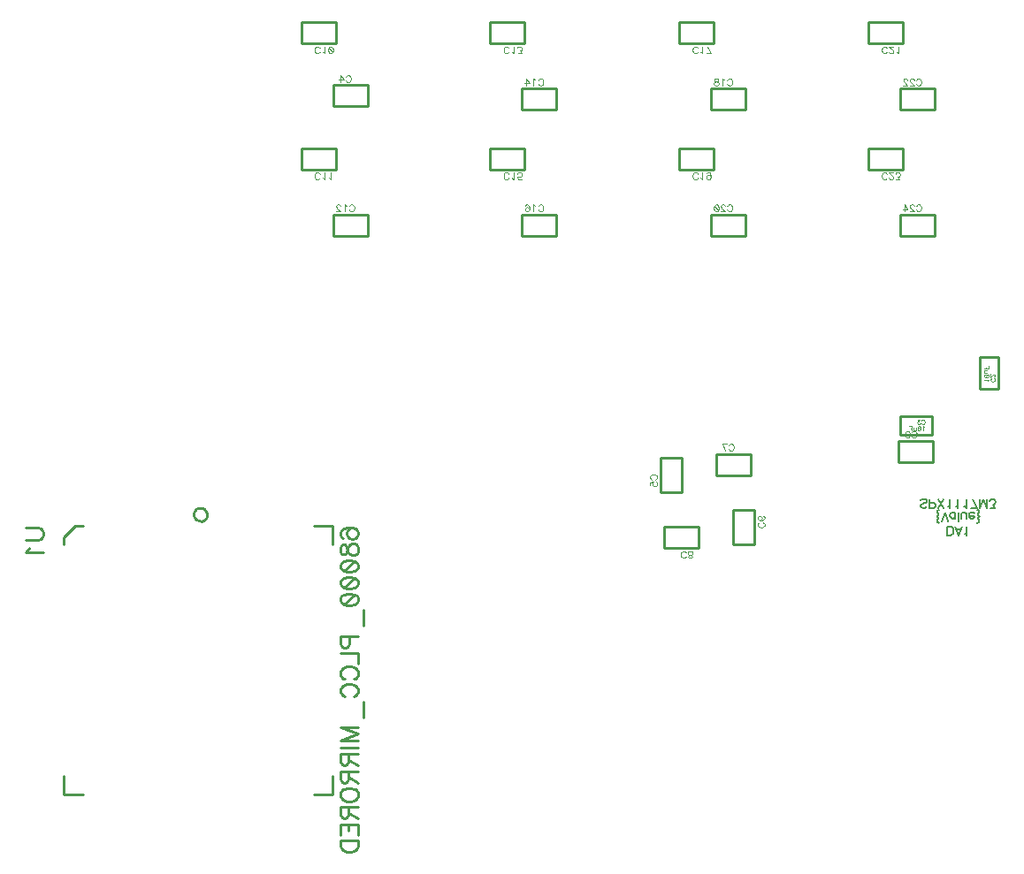
<source format=gbo>
G04*
G04  File:            A600_8MB_2008.GBO, Sun Feb 10 20:54:05 2019*
G04  Source:          P-CAD 2006 PCB, Version 19.02.958, (Z:\home\lvd\d\boards\boards\a600_8mb_2008\release\pcad2006\a600_8mb_2008.pcb)*
G04  Format:          Gerber Format (RS-274-D), ASCII*
G04*
G04  Format Options:  Absolute Positioning*
G04                   Leading-Zero Suppression*
G04                   Scale Factor 1:1*
G04                   NO Circular Interpolation*
G04                   Millimeter Units*
G04                   Numeric Format: 4.4 (XXXX.XXXX)*
G04                   G54 NOT Used for Aperture Change*
G04                   Apertures Embedded*
G04*
G04  File Options:    Offset = (0.000mm,0.000mm)*
G04                   Drill Symbol Size = 2.032mm*
G04                   No Pad/Via Holes*
G04*
G04  File Contents:   Pads*
G04                   Vias*
G04                   Designators*
G04                   Types*
G04                   Values*
G04                   No Drill Symbols*
G04                   Bot Silk*
G04*
%INA600_8MB_2008.GBO*%
%ICAS*%
%MOMM*%
G04*
G04  Aperture MACROs for general use --- invoked via D-code assignment *
G04*
G04  General MACRO for flashed round with rotation and/or offset hole *
%AMROTOFFROUND*
1,1,$1,0.0000,0.0000*
1,0,$2,$3,$4*%
G04*
G04  General MACRO for flashed oval (obround) with rotation and/or offset hole *
%AMROTOFFOVAL*
21,1,$1,$2,0.0000,0.0000,$3*
1,1,$4,$5,$6*
1,1,$4,0-$5,0-$6*
1,0,$7,$8,$9*%
G04*
G04  General MACRO for flashed oval (obround) with rotation and no hole *
%AMROTOVALNOHOLE*
21,1,$1,$2,0.0000,0.0000,$3*
1,1,$4,$5,$6*
1,1,$4,0-$5,0-$6*%
G04*
G04  General MACRO for flashed rectangle with rotation and/or offset hole *
%AMROTOFFRECT*
21,1,$1,$2,0.0000,0.0000,$3*
1,0,$4,$5,$6*%
G04*
G04  General MACRO for flashed rectangle with rotation and no hole *
%AMROTRECTNOHOLE*
21,1,$1,$2,0.0000,0.0000,$3*%
G04*
G04  General MACRO for flashed rounded-rectangle *
%AMROUNDRECT*
21,1,$1,$2-$4,0.0000,0.0000,$3*
21,1,$1-$4,$2,0.0000,0.0000,$3*
1,1,$4,$5,$6*
1,1,$4,$7,$8*
1,1,$4,0-$5,0-$6*
1,1,$4,0-$7,0-$8*
1,0,$9,$10,$11*%
G04*
G04  General MACRO for flashed rounded-rectangle with rotation and no hole *
%AMROUNDRECTNOHOLE*
21,1,$1,$2-$4,0.0000,0.0000,$3*
21,1,$1-$4,$2,0.0000,0.0000,$3*
1,1,$4,$5,$6*
1,1,$4,$7,$8*
1,1,$4,0-$5,0-$6*
1,1,$4,0-$7,0-$8*%
G04*
G04  General MACRO for flashed regular polygon *
%AMREGPOLY*
5,1,$1,0.0000,0.0000,$2,$3+$4*
1,0,$5,$6,$7*%
G04*
G04  General MACRO for flashed regular polygon with no hole *
%AMREGPOLYNOHOLE*
5,1,$1,0.0000,0.0000,$2,$3+$4*%
G04*
G04  General MACRO for target *
%AMTARGET*
6,0,0,$1,$2,$3,4,$4,$5,$6*%
G04*
G04  General MACRO for mounting hole *
%AMMTHOLE*
1,1,$1,0,0*
1,0,$2,0,0*
$1=$1-$2*
$1=$1/2*
21,1,$2+$1,$3,0,0,$4*
21,1,$3,$2+$1,0,0,$4*%
G04*
G04*
G04  D10 : "Ellipse X0.254mm Y0.254mm H0.000mm 0.0deg (0.000mm,0.000mm) Draw"*
G04  Disc: OuterDia=0.2540*
%ADD10C, 0.2540*%
G04  D11 : "Ellipse X2.540mm Y2.540mm H0.000mm 0.0deg (0.000mm,0.000mm) Draw"*
G04  Disc: OuterDia=2.5400*
%ADD11C, 2.5400*%
G04  D12 : "Ellipse X0.305mm Y0.305mm H0.000mm 0.0deg (0.000mm,0.000mm) Draw"*
G04  Disc: OuterDia=0.3048*
%ADD12C, 0.3048*%
G04  D13 : "Ellipse X0.500mm Y0.500mm H0.000mm 0.0deg (0.000mm,0.000mm) Draw"*
G04  Disc: OuterDia=0.5000*
%ADD13C, 0.5000*%
G04  D14 : "Ellipse X0.508mm Y0.508mm H0.000mm 0.0deg (0.000mm,0.000mm) Draw"*
G04  Disc: OuterDia=0.5080*
%ADD14C, 0.5080*%
G04  D15 : "Ellipse X0.600mm Y0.600mm H0.000mm 0.0deg (0.000mm,0.000mm) Draw"*
G04  Disc: OuterDia=0.6000*
%ADD15C, 0.6000*%
G04  D16 : "Ellipse X0.635mm Y0.635mm H0.000mm 0.0deg (0.000mm,0.000mm) Draw"*
G04  Disc: OuterDia=0.6350*
%ADD16C, 0.6350*%
G04  D17 : "Ellipse X0.650mm Y0.650mm H0.000mm 0.0deg (0.000mm,0.000mm) Draw"*
G04  Disc: OuterDia=0.6500*
%ADD17C, 0.6500*%
G04  D18 : "Ellipse X0.100mm Y0.100mm H0.000mm 0.0deg (0.000mm,0.000mm) Draw"*
G04  Disc: OuterDia=0.1000*
%ADD18C, 0.1000*%
G04  D19 : "Ellipse X1.000mm Y1.000mm H0.000mm 0.0deg (0.000mm,0.000mm) Draw"*
G04  Disc: OuterDia=1.0000*
%ADD19C, 1.0000*%
G04  D20 : "Ellipse X0.102mm Y0.102mm H0.000mm 0.0deg (0.000mm,0.000mm) Draw"*
G04  Disc: OuterDia=0.1016*
%ADD20C, 0.1016*%
G04  D21 : "Ellipse X0.127mm Y0.127mm H0.000mm 0.0deg (0.000mm,0.000mm) Draw"*
G04  Disc: OuterDia=0.1270*
%ADD21C, 0.1270*%
G04  D22 : "Ellipse X0.150mm Y0.150mm H0.000mm 0.0deg (0.000mm,0.000mm) Draw"*
G04  Disc: OuterDia=0.1500*
%ADD22C, 0.1500*%
G04  D23 : "Ellipse X1.270mm Y1.270mm H0.000mm 0.0deg (0.000mm,0.000mm) Draw"*
G04  Disc: OuterDia=1.2700*
%ADD23C, 1.2700*%
G04  D24 : "Ellipse X1.500mm Y1.500mm H0.000mm 0.0deg (0.000mm,0.000mm) Draw"*
G04  Disc: OuterDia=1.5000*
%ADD24C, 1.5000*%
G04  D25 : "Ellipse X0.200mm Y0.200mm H0.000mm 0.0deg (0.000mm,0.000mm) Draw"*
G04  Disc: OuterDia=0.2000*
%ADD25C, 0.2000*%
G04  D26 : "Ellipse X0.250mm Y0.250mm H0.000mm 0.0deg (0.000mm,0.000mm) Draw"*
G04  Disc: OuterDia=0.2500*
%ADD26C, 0.2500*%
G04  D27 : "Ellipse X0.250mm Y0.250mm H0.000mm 0.0deg (0.000mm,0.000mm) Draw"*
G04  Disc: OuterDia=0.2500*
%ADD27C, 0.2500*%
G04  D28 : "Ellipse X2.300mm Y2.300mm H0.000mm 0.0deg (0.000mm,0.000mm) Draw"*
G04  Disc: OuterDia=2.3000*
%ADD28C, 2.3000*%
G04  D29 : "Ellipse X1.400mm Y1.400mm H0.000mm 0.0deg (0.000mm,0.000mm) Flash"*
G04  Disc: OuterDia=1.4000*
%ADD29C, 1.4000*%
G04  D30 : "Ellipse X1.524mm Y1.524mm H0.000mm 0.0deg (0.000mm,0.000mm) Flash"*
G04  Disc: OuterDia=1.5240*
%ADD30C, 1.5240*%
G04  D31 : "Ellipse X1.781mm Y1.781mm H0.000mm 0.0deg (0.000mm,0.000mm) Flash"*
G04  Disc: OuterDia=1.7810*
%ADD31C, 1.7810*%
G04  D32 : "Ellipse X1.800mm Y1.800mm H0.000mm 0.0deg (0.000mm,0.000mm) Flash"*
G04  Disc: OuterDia=1.8000*
%ADD32C, 1.8000*%
G04  D33 : "Ellipse X1.905mm Y1.905mm H0.000mm 0.0deg (0.000mm,0.000mm) Flash"*
G04  Disc: OuterDia=1.9050*
%ADD33C, 1.9050*%
G04  D34 : "Ellipse X2.181mm Y2.181mm H0.000mm 0.0deg (0.000mm,0.000mm) Flash"*
G04  Disc: OuterDia=2.1810*
%ADD34C, 2.1810*%
G04  D35 : "Rectangle X2.581mm Y1.031mm H0.000mm 0.0deg (0.000mm,0.000mm) Flash"*
G04  Rectangular: DimX=2.5810, DimY=1.0310, Rotation=0.0, OffsetX=0.0000, OffsetY=0.0000, HoleDia=0.0000 *
%ADD35R, 2.5810 X1.0310*%
G04  D36 : "Rectangle X1.031mm Y2.581mm H0.000mm 0.0deg (0.000mm,0.000mm) Flash"*
G04  Rectangular: DimX=1.0310, DimY=2.5810, Rotation=0.0, OffsetX=0.0000, OffsetY=0.0000, HoleDia=0.0000 *
%ADD36R, 1.0310 X2.5810*%
G04  D37 : "Rectangle X3.800mm Y2.000mm H0.000mm 0.0deg (0.000mm,0.000mm) Flash"*
G04  Rectangular: DimX=3.8000, DimY=2.0000, Rotation=0.0, OffsetX=0.0000, OffsetY=0.0000, HoleDia=0.0000 *
%ADD37R, 3.8000 X2.0000*%
G04  D38 : "Rectangle X4.181mm Y2.381mm H0.000mm 0.0deg (0.000mm,0.000mm) Flash"*
G04  Rectangular: DimX=4.1810, DimY=2.3810, Rotation=0.0, OffsetX=0.0000, OffsetY=0.0000, HoleDia=0.0000 *
%ADD38R, 4.1810 X2.3810*%
G04  D39 : "Rectangle X1.016mm Y1.524mm H0.000mm 0.0deg (0.000mm,0.000mm) Flash"*
G04  Rectangular: DimX=1.0160, DimY=1.5240, Rotation=0.0, OffsetX=0.0000, OffsetY=0.0000, HoleDia=0.0000 *
%ADD39R, 1.0160 X1.5240*%
G04  D40 : "Rectangle X1.524mm Y1.016mm H0.000mm 0.0deg (0.000mm,0.000mm) Flash"*
G04  Rectangular: DimX=1.5240, DimY=1.0160, Rotation=0.0, OffsetX=0.0000, OffsetY=0.0000, HoleDia=0.0000 *
%ADD40R, 1.5240 X1.0160*%
G04  D41 : "Rectangle X1.397mm Y1.905mm H0.000mm 0.0deg (0.000mm,0.000mm) Flash"*
G04  Rectangular: DimX=1.3970, DimY=1.9050, Rotation=0.0, OffsetX=0.0000, OffsetY=0.0000, HoleDia=0.0000 *
%ADD41R, 1.3970 X1.9050*%
G04  D42 : "Rectangle X1.905mm Y1.397mm H0.000mm 0.0deg (0.000mm,0.000mm) Flash"*
G04  Rectangular: DimX=1.9050, DimY=1.3970, Rotation=0.0, OffsetX=0.0000, OffsetY=0.0000, HoleDia=0.0000 *
%ADD42R, 1.9050 X1.3970*%
G04  D43 : "Rectangle X1.500mm Y2.000mm H0.000mm 0.0deg (0.000mm,0.000mm) Flash"*
G04  Rectangular: DimX=1.5000, DimY=2.0000, Rotation=0.0, OffsetX=0.0000, OffsetY=0.0000, HoleDia=0.0000 *
%ADD43R, 1.5000 X2.0000*%
G04  D44 : "Rectangle X2.000mm Y1.500mm H0.000mm 0.0deg (0.000mm,0.000mm) Flash"*
G04  Rectangular: DimX=2.0000, DimY=1.5000, Rotation=0.0, OffsetX=0.0000, OffsetY=0.0000, HoleDia=0.0000 *
%ADD44R, 2.0000 X1.5000*%
G04  D45 : "Rectangle X1.524mm Y1.524mm H0.000mm 0.0deg (0.000mm,0.000mm) Flash"*
G04  Square: Side=1.5240, Rotation=0.0, OffsetX=0.0000, OffsetY=0.0000, HoleDia=0.0000*
%ADD45R, 1.5240 X1.5240*%
G04  D46 : "Rectangle X1.800mm Y1.800mm H0.000mm 0.0deg (0.000mm,0.000mm) Flash"*
G04  Square: Side=1.8000, Rotation=0.0, OffsetX=0.0000, OffsetY=0.0000, HoleDia=0.0000*
%ADD46R, 1.8000 X1.8000*%
G04  D47 : "Rectangle X1.881mm Y2.381mm H0.000mm 0.0deg (0.000mm,0.000mm) Flash"*
G04  Rectangular: DimX=1.8810, DimY=2.3810, Rotation=0.0, OffsetX=0.0000, OffsetY=0.0000, HoleDia=0.0000 *
%ADD47R, 1.8810 X2.3810*%
G04  D48 : "Rectangle X2.381mm Y1.881mm H0.000mm 0.0deg (0.000mm,0.000mm) Flash"*
G04  Rectangular: DimX=2.3810, DimY=1.8810, Rotation=0.0, OffsetX=0.0000, OffsetY=0.0000, HoleDia=0.0000 *
%ADD48R, 2.3810 X1.8810*%
G04  D49 : "Rectangle X1.905mm Y1.905mm H0.000mm 0.0deg (0.000mm,0.000mm) Flash"*
G04  Square: Side=1.9050, Rotation=0.0, OffsetX=0.0000, OffsetY=0.0000, HoleDia=0.0000*
%ADD49R, 1.9050 X1.9050*%
G04  D50 : "Rectangle X2.000mm Y0.300mm H0.000mm 0.0deg (0.000mm,0.000mm) Flash"*
G04  Rectangular: DimX=2.0000, DimY=0.3000, Rotation=0.0, OffsetX=0.0000, OffsetY=0.0000, HoleDia=0.0000 *
%ADD50R, 2.0000 X0.3000*%
G04  D51 : "Rectangle X0.300mm Y2.000mm H0.000mm 0.0deg (0.000mm,0.000mm) Flash"*
G04  Rectangular: DimX=0.3000, DimY=2.0000, Rotation=0.0, OffsetX=0.0000, OffsetY=0.0000, HoleDia=0.0000 *
%ADD51R, 0.3000 X2.0000*%
G04  D52 : "Rectangle X2.032mm Y0.660mm H0.000mm 0.0deg (0.000mm,0.000mm) Flash"*
G04  Rectangular: DimX=2.0320, DimY=0.6604, Rotation=0.0, OffsetX=0.0000, OffsetY=0.0000, HoleDia=0.0000 *
%ADD52R, 2.0320 X0.6604*%
G04  D53 : "Rectangle X2.181mm Y2.181mm H0.000mm 0.0deg (0.000mm,0.000mm) Flash"*
G04  Square: Side=2.1810, Rotation=0.0, OffsetX=0.0000, OffsetY=0.0000, HoleDia=0.0000*
%ADD53R, 2.1810 X2.1810*%
G04  D54 : "Rectangle X2.200mm Y0.650mm H0.000mm 0.0deg (0.000mm,0.000mm) Flash"*
G04  Rectangular: DimX=2.2000, DimY=0.6500, Rotation=0.0, OffsetX=0.0000, OffsetY=0.0000, HoleDia=0.0000 *
%ADD54R, 2.2000 X0.6500*%
G04  D55 : "Rectangle X0.650mm Y2.200mm H0.000mm 0.0deg (0.000mm,0.000mm) Flash"*
G04  Rectangular: DimX=0.6500, DimY=2.2000, Rotation=0.0, OffsetX=0.0000, OffsetY=0.0000, HoleDia=0.0000 *
%ADD55R, 0.6500 X2.2000*%
G04  D56 : "Rectangle X2.381mm Y0.681mm H0.000mm 0.0deg (0.000mm,0.000mm) Flash"*
G04  Rectangular: DimX=2.3810, DimY=0.6810, Rotation=0.0, OffsetX=0.0000, OffsetY=0.0000, HoleDia=0.0000 *
%ADD56R, 2.3810 X0.6810*%
G04  D57 : "Rectangle X0.681mm Y2.381mm H0.000mm 0.0deg (0.000mm,0.000mm) Flash"*
G04  Rectangular: DimX=0.6810, DimY=2.3810, Rotation=0.0, OffsetX=0.0000, OffsetY=0.0000, HoleDia=0.0000 *
%ADD57R, 0.6810 X2.3810*%
G04  D58 : "Rectangle X2.413mm Y1.041mm H0.000mm 0.0deg (0.000mm,0.000mm) Flash"*
G04  Rectangular: DimX=2.4130, DimY=1.0414, Rotation=0.0, OffsetX=0.0000, OffsetY=0.0000, HoleDia=0.0000 *
%ADD58R, 2.4130 X1.0414*%
G04  D59 : "Ellipse X1.000mm Y1.000mm H0.000mm 0.0deg (0.000mm,0.000mm) Flash"*
G04  Disc: OuterDia=1.0000*
%ADD59C, 1.0000*%
G04  D60 : "Ellipse X1.381mm Y1.381mm H0.000mm 0.0deg (0.000mm,0.000mm) Flash"*
G04  Disc: OuterDia=1.3810*
%ADD60C, 1.3810*%
G04*
%FSLAX44Y44*%
%SFA1B1*%
%OFA0.000B0.000*%
G04*
G71*
G90*
G01*
D2*
%LNBot Silk*%
D10*
X922655Y959485*
X955675D1*
Y939165*
X922655*
Y959485*
D2*
D20*
X938053Y967422*
X938371Y968057D1*
X939006Y968692*
X939641Y969010*
X940911*
X941546Y968692*
X942181Y968057*
X942498Y967422*
X942816Y966470*
Y964882*
X942498Y963930*
X942181Y963295*
X941546Y962660*
X940911Y962342*
X939641*
X939006Y962660*
X938371Y963295*
X938053Y963930*
X935196Y967740D2*
X934561Y968057D1*
X933608Y969010*
Y962342*
X925671Y968057D2*
X925988Y968692D1*
X926941Y969010*
X927576*
X928528Y968692*
X929163Y967740*
X929481Y966152*
Y964565*
X929163Y963295*
X928528Y962660*
X927576Y962342*
X927258*
X926306Y962660*
X925671Y963295*
X925353Y964247*
Y964565*
X925671Y965517*
X926306Y966152*
X927258Y966470*
X927576*
X928528Y966152*
X929163Y965517*
X929481Y964565*
D2*
D10*
X744220Y1123315*
X711200D1*
Y1143635*
X744220*
Y1123315*
D2*
D20*
X728821Y1115377*
X728503Y1114742D1*
X727868Y1114107*
X727233Y1113790*
X725963*
X725328Y1114107*
X724693Y1114742*
X724376Y1115377*
X724058Y1116330*
Y1117917*
X724376Y1118870*
X724693Y1119505*
X725328Y1120140*
X725963Y1120457*
X727233*
X727868Y1120140*
X728503Y1119505*
X728821Y1118870*
X731678Y1115060D2*
X732313Y1114742D1*
X733266Y1113790*
Y1120457*
X738981Y1113790D2*
X738028Y1114107D1*
X737393Y1115060*
X737076Y1116647*
Y1117600*
X737393Y1119187*
X738028Y1120140*
X738981Y1120457*
X739616*
X740568Y1120140*
X741203Y1119187*
X741521Y1117600*
Y1116647*
X741203Y1115060*
X740568Y1114107*
X739616Y1113790*
X738981*
X741203Y1115060D2*
X737393Y1119187D1*
D2*
D10*
X744220Y1002665*
X711200D1*
Y1022985*
X744220*
Y1002665*
D2*
D20*
X728821Y994727*
X728503Y994092D1*
X727868Y993457*
X727233Y993140*
X725963*
X725328Y993457*
X724693Y994092*
X724376Y994727*
X724058Y995680*
Y997267*
X724376Y998220*
X724693Y998855*
X725328Y999490*
X725963Y999807*
X727233*
X727868Y999490*
X728503Y998855*
X728821Y998220*
X731678Y994410D2*
X732313Y994092D1*
X733266Y993140*
Y999807*
X738028Y994410D2*
X738663Y994092D1*
X739616Y993140*
Y999807*
D2*
D10*
X922655Y1080135*
X955675D1*
Y1059815*
X922655*
Y1080135*
D2*
D20*
X938053Y1088072*
X938371Y1088707D1*
X939006Y1089342*
X939641Y1089660*
X940911*
X941546Y1089342*
X942181Y1088707*
X942498Y1088072*
X942816Y1087120*
Y1085532*
X942498Y1084580*
X942181Y1083945*
X941546Y1083310*
X940911Y1082992*
X939641*
X939006Y1083310*
X938371Y1083945*
X938053Y1084580*
X935196Y1088390D2*
X934561Y1088707D1*
X933608Y1089660*
Y1082992*
X926623D2*
Y1089660D1*
X929798Y1085215*
X925036*
D2*
D10*
X1106170Y1123315*
X1073150D1*
Y1143635*
X1106170*
Y1123315*
D2*
D20*
X1090771Y1115377*
X1090453Y1114742D1*
X1089818Y1114107*
X1089183Y1113790*
X1087913*
X1087278Y1114107*
X1086643Y1114742*
X1086326Y1115377*
X1086008Y1116330*
Y1117917*
X1086326Y1118870*
X1086643Y1119505*
X1087278Y1120140*
X1087913Y1120457*
X1089183*
X1089818Y1120140*
X1090453Y1119505*
X1090771Y1118870*
X1093628Y1115060D2*
X1094263Y1114742D1*
X1095216Y1113790*
Y1120457*
X1100296D2*
X1103471Y1113790D1*
X1099026*
D2*
D10*
X1106170Y1002665*
X1073150D1*
Y1022985*
X1106170*
Y1002665*
D2*
D20*
X1090771Y994727*
X1090453Y994092D1*
X1089818Y993457*
X1089183Y993140*
X1087913*
X1087278Y993457*
X1086643Y994092*
X1086326Y994727*
X1086008Y995680*
Y997267*
X1086326Y998220*
X1086643Y998855*
X1087278Y999490*
X1087913Y999807*
X1089183*
X1089818Y999490*
X1090453Y998855*
X1090771Y998220*
X1093628Y994410D2*
X1094263Y994092D1*
X1095216Y993140*
Y999807*
X1103153Y995362D2*
X1102836Y996315D1*
X1102201Y996950*
X1101248Y997267*
X1100931*
X1099978Y996950*
X1099343Y996315*
X1099026Y995362*
Y995045*
X1099343Y994092*
X1099978Y993457*
X1100931Y993140*
X1101248*
X1102201Y993457*
X1102836Y994092*
X1103153Y995362*
Y996950*
X1102836Y998537*
X1102201Y999490*
X1101248Y999807*
X1100613*
X1099661Y999490*
X1099343Y998855*
D2*
D10*
X1287145Y1123315*
X1254125D1*
Y1143635*
X1287145*
Y1123315*
D2*
D20*
X1271746Y1115377*
X1271428Y1114742D1*
X1270793Y1114107*
X1270158Y1113790*
X1268888*
X1268253Y1114107*
X1267618Y1114742*
X1267301Y1115377*
X1266983Y1116330*
Y1117917*
X1267301Y1118870*
X1267618Y1119505*
X1268253Y1120140*
X1268888Y1120457*
X1270158*
X1270793Y1120140*
X1271428Y1119505*
X1271746Y1118870*
X1273968Y1115377D2*
Y1115060D1*
X1274286Y1114425*
X1274603Y1114107*
X1275238Y1113790*
X1276508*
X1277143Y1114107*
X1277461Y1114425*
X1277778Y1115060*
Y1115695*
X1277461Y1116330*
X1276826Y1117282*
X1273651Y1120457*
X1278096*
X1280953Y1115060D2*
X1281588Y1114742D1*
X1282541Y1113790*
Y1120457*
D2*
D10*
X1287145Y1002665*
X1254125D1*
Y1022985*
X1287145*
Y1002665*
D2*
D20*
X1271746Y994727*
X1271428Y994092D1*
X1270793Y993457*
X1270158Y993140*
X1268888*
X1268253Y993457*
X1267618Y994092*
X1267301Y994727*
X1266983Y995680*
Y997267*
X1267301Y998220*
X1267618Y998855*
X1268253Y999490*
X1268888Y999807*
X1270158*
X1270793Y999490*
X1271428Y998855*
X1271746Y998220*
X1273968Y994727D2*
Y994410D1*
X1274286Y993775*
X1274603Y993457*
X1275238Y993140*
X1276508*
X1277143Y993457*
X1277461Y993775*
X1277778Y994410*
Y995045*
X1277461Y995680*
X1276826Y996632*
X1273651Y999807*
X1278096*
X1280636Y993140D2*
X1284128D1*
X1282223Y995680*
X1283176*
X1283811Y995997*
X1284128Y996315*
X1284446Y997267*
Y997902*
X1284128Y998855*
X1283493Y999490*
X1282541Y999807*
X1281588*
X1280636Y999490*
X1280318Y999172*
X1280001Y998537*
D2*
D10*
X741680Y959485*
X774700D1*
Y939165*
X741680*
Y959485*
D2*
D20*
X757078Y967422*
X757396Y968057D1*
X758031Y968692*
X758666Y969010*
X759936*
X760571Y968692*
X761206Y968057*
X761523Y967422*
X761841Y966470*
Y964882*
X761523Y963930*
X761206Y963295*
X760571Y962660*
X759936Y962342*
X758666*
X758031Y962660*
X757396Y963295*
X757078Y963930*
X754221Y967740D2*
X753586Y968057D1*
X752633Y969010*
Y962342*
X748506Y967422D2*
Y967740D1*
X748188Y968375*
X747871Y968692*
X747236Y969010*
X745966*
X745331Y968692*
X745013Y968375*
X744696Y967740*
Y967105*
X745013Y966470*
X745648Y965517*
X748823Y962342*
X744378*
D2*
D10*
X1145160Y676669*
Y643650D1*
X1124840*
Y676669*
X1145160*
D2*
D20*
X1153097Y664446*
X1153732Y664128D1*
X1154367Y663493*
X1154685Y662858*
Y661588*
X1154367Y660953*
X1153732Y660318*
X1153097Y660001*
X1152145Y659683*
X1150557*
X1149605Y660001*
X1148970Y660318*
X1148335Y660953*
X1148017Y661588*
Y662858*
X1148335Y663493*
X1148970Y664128*
X1149605Y664446*
X1153732Y670478D2*
X1154367Y670161D1*
X1154685Y669208*
Y668573*
X1154367Y667621*
X1153415Y666986*
X1151827Y666668*
X1150240*
X1148970Y666986*
X1148335Y667621*
X1148017Y668573*
Y668891*
X1148335Y669843*
X1148970Y670478*
X1149922Y670796*
X1150240*
X1151192Y670478*
X1151827Y669843*
X1152145Y668891*
Y668573*
X1151827Y667621*
X1151192Y666986*
X1150240Y666668*
D2*
D10*
X1091669Y639840*
X1058650D1*
Y660160*
X1091669*
Y639840*
D2*
D20*
X1079446Y631902*
X1079128Y631267D1*
X1078493Y630632*
X1077858Y630315*
X1076588*
X1075953Y630632*
X1075318Y631267*
X1075001Y631902*
X1074683Y632855*
Y634442*
X1075001Y635395*
X1075318Y636030*
X1075953Y636665*
X1076588Y636982*
X1077858*
X1078493Y636665*
X1079128Y636030*
X1079446Y635395*
X1082938Y630315D2*
X1081986Y630632D1*
X1081668Y631267*
Y631902*
X1081986Y632537*
X1082621Y632855*
X1083891Y633172*
X1084843Y633490*
X1085478Y634125*
X1085796Y634760*
Y635712*
X1085478Y636347*
X1085161Y636665*
X1084208Y636982*
X1082938*
X1081986Y636665*
X1081668Y636347*
X1081351Y635712*
Y634760*
X1081668Y634125*
X1082303Y633490*
X1083256Y633172*
X1084526Y632855*
X1085161Y632537*
X1085478Y631902*
Y631267*
X1085161Y630632*
X1084208Y630315*
X1082938*
D2*
D10*
X1108330Y730160*
X1141350D1*
Y709840*
X1108330*
Y730160*
D2*
D20*
X1120553Y738097*
X1120871Y738732D1*
X1121506Y739367*
X1122141Y739685*
X1123411*
X1124046Y739367*
X1124681Y738732*
X1124998Y738097*
X1125316Y737145*
Y735557*
X1124998Y734605*
X1124681Y733970*
X1124046Y733335*
X1123411Y733017*
X1122141*
X1121506Y733335*
X1120871Y733970*
X1120553Y734605*
X1117378Y733017D2*
X1114203Y739685D1*
X1118648*
D2*
D10*
X1054840Y693330*
Y726350D1*
X1075160*
Y693330*
X1054840*
D2*
D20*
X1046902Y705553*
X1046267Y705871D1*
X1045632Y706506*
X1045315Y707141*
Y708411*
X1045632Y709046*
X1046267Y709681*
X1046902Y709998*
X1047855Y710316*
X1049442*
X1050395Y709998*
X1051030Y709681*
X1051665Y709046*
X1051982Y708411*
Y707141*
X1051665Y706506*
X1051030Y705871*
X1050395Y705553*
X1045315Y699838D2*
Y703013D1*
X1048172Y703331*
X1047855Y703013*
X1047537Y702061*
Y701108*
X1047855Y700156*
X1048490Y699521*
X1049442Y699203*
X1050077*
X1051030Y699521*
X1051665Y700156*
X1051982Y701108*
Y702061*
X1051665Y703013*
X1051347Y703331*
X1050712Y703648*
D2*
D10*
X1103630Y959485*
X1136650D1*
Y939165*
X1103630*
Y959485*
D2*
D20*
X1119028Y967422*
X1119346Y968057D1*
X1119981Y968692*
X1120616Y969010*
X1121886*
X1122521Y968692*
X1123156Y968057*
X1123473Y967422*
X1123791Y966470*
Y964882*
X1123473Y963930*
X1123156Y963295*
X1122521Y962660*
X1121886Y962342*
X1120616*
X1119981Y962660*
X1119346Y963295*
X1119028Y963930*
X1116806Y967422D2*
Y967740D1*
X1116488Y968375*
X1116171Y968692*
X1115536Y969010*
X1114266*
X1113631Y968692*
X1113313Y968375*
X1112996Y967740*
Y967105*
X1113313Y966470*
X1113948Y965517*
X1117123Y962342*
X1112678*
X1108868Y969010D2*
X1109821Y968692D1*
X1110456Y967740*
X1110773Y966152*
Y965200*
X1110456Y963612*
X1109821Y962660*
X1108868Y962342*
X1108233*
X1107281Y962660*
X1106646Y963612*
X1106328Y965200*
Y966152*
X1106646Y967740*
X1107281Y968692*
X1108233Y969010*
X1108868*
X1106646Y967740D2*
X1110456Y963612D1*
D2*
D10*
X1283330Y742660*
X1316350D1*
Y722340*
X1283330*
Y742660*
D2*
D20*
X1295553Y750597*
X1295871Y751232D1*
X1296506Y751867*
X1297141Y752185*
X1298411*
X1299046Y751867*
X1299681Y751232*
X1299998Y750597*
X1300316Y749645*
Y748057*
X1299998Y747105*
X1299681Y746470*
X1299046Y745835*
X1298411Y745517*
X1297141*
X1296506Y745835*
X1295871Y746470*
X1295553Y747105*
X1289521Y749962D2*
X1289838Y749010D1*
X1290473Y748375*
X1291426Y748057*
X1291743*
X1292696Y748375*
X1293331Y749010*
X1293648Y749962*
Y750280*
X1293331Y751232*
X1292696Y751867*
X1291743Y752185*
X1291426*
X1290473Y751867*
X1289838Y751232*
X1289521Y749962*
Y748375*
X1289838Y746787*
X1290473Y745835*
X1291426Y745517*
X1292061*
X1293013Y745835*
X1293331Y746470*
D2*
D10*
D27*
X1378890Y792500*
X1361110D1*
Y822980D2*
X1378890D1*
X1361110Y792500D2*
Y822980D1*
X1378890D2*
Y792500D1*
D2*
D18*
X1374479Y802511*
X1374886Y802307D1*
X1375293Y801900*
X1375496Y801494*
Y800680*
X1375293Y800273*
X1374886Y799866*
X1374479Y799663*
X1373869Y799460*
X1372852*
X1372242Y799663*
X1371835Y799866*
X1371428Y800273*
X1371225Y800680*
Y801494*
X1371428Y801900*
X1371835Y802307*
X1372242Y802511*
X1374479Y803934D2*
X1374683D1*
X1375089Y804138*
X1375293Y804341*
X1375496Y804748*
Y805562*
X1375293Y805968*
X1375089Y806172*
X1374683Y806375*
X1374276*
X1373869Y806172*
X1373259Y805765*
X1371225Y803731*
Y806579*
X1368276Y800056D2*
X1368477Y800458D1*
X1369080Y801061*
X1364858*
X1369080Y804680D2*
X1368879Y804077D1*
X1368276Y803675*
X1367271Y803474*
X1366668*
X1365663Y803675*
X1365060Y804077*
X1364858Y804680*
Y805082*
X1365060Y805685*
X1365663Y806087*
X1366668Y806288*
X1367271*
X1368276Y806087*
X1368879Y805685*
X1369080Y805082*
Y804680*
X1368276Y806087D2*
X1365663Y803675D1*
X1367673Y807695D2*
X1365663D1*
X1365060Y807897*
X1364858Y808299*
Y808902*
X1365060Y809304*
X1365663Y809907*
X1367673D2*
X1364858D1*
X1369080Y814129D2*
Y811515D1*
X1364858*
X1367070D2*
Y813124D1*
D2*
D10*
X1284605Y959485*
X1317625D1*
Y939165*
X1284605*
Y959485*
D2*
D20*
X1300003Y967422*
X1300321Y968057D1*
X1300956Y968692*
X1301591Y969010*
X1302861*
X1303496Y968692*
X1304131Y968057*
X1304448Y967422*
X1304766Y966470*
Y964882*
X1304448Y963930*
X1304131Y963295*
X1303496Y962660*
X1302861Y962342*
X1301591*
X1300956Y962660*
X1300321Y963295*
X1300003Y963930*
X1297781Y967422D2*
Y967740D1*
X1297463Y968375*
X1297146Y968692*
X1296511Y969010*
X1295241*
X1294606Y968692*
X1294288Y968375*
X1293971Y967740*
Y967105*
X1294288Y966470*
X1294923Y965517*
X1298098Y962342*
X1293653*
X1288573D2*
Y969010D1*
X1291748Y964565*
X1286986*
D2*
D10*
X741680Y1083310*
X774700D1*
Y1062990*
X741680*
Y1083310*
D2*
D20*
X753903Y1091247*
X754221Y1091882D1*
X754856Y1092517*
X755491Y1092835*
X756761*
X757396Y1092517*
X758031Y1091882*
X758348Y1091247*
X758666Y1090295*
Y1088707*
X758348Y1087755*
X758031Y1087120*
X757396Y1086485*
X756761Y1086167*
X755491*
X754856Y1086485*
X754221Y1087120*
X753903Y1087755*
X748823Y1086167D2*
Y1092835D1*
X751998Y1088390*
X747236*
D2*
D10*
X925195Y1123315*
X892175D1*
Y1143635*
X925195*
Y1123315*
D2*
D20*
X909796Y1115377*
X909478Y1114742D1*
X908843Y1114107*
X908208Y1113790*
X906938*
X906303Y1114107*
X905668Y1114742*
X905351Y1115377*
X905033Y1116330*
Y1117917*
X905351Y1118870*
X905668Y1119505*
X906303Y1120140*
X906938Y1120457*
X908208*
X908843Y1120140*
X909478Y1119505*
X909796Y1118870*
X912653Y1115060D2*
X913288Y1114742D1*
X914241Y1113790*
Y1120457*
X918686Y1113790D2*
X922178D1*
X920273Y1116330*
X921226*
X921861Y1116647*
X922178Y1116965*
X922496Y1117917*
Y1118552*
X922178Y1119505*
X921543Y1120140*
X920591Y1120457*
X919638*
X918686Y1120140*
X918368Y1119822*
X918051Y1119187*
D2*
D10*
X925195Y1002665*
X892175D1*
Y1022985*
X925195*
Y1002665*
D2*
D20*
X909796Y994727*
X909478Y994092D1*
X908843Y993457*
X908208Y993140*
X906938*
X906303Y993457*
X905668Y994092*
X905351Y994727*
X905033Y995680*
Y997267*
X905351Y998220*
X905668Y998855*
X906303Y999490*
X906938Y999807*
X908208*
X908843Y999490*
X909478Y998855*
X909796Y998220*
X912653Y994410D2*
X913288Y994092D1*
X914241Y993140*
Y999807*
X921861Y993140D2*
X918686D1*
X918368Y995997*
X918686Y995680*
X919638Y995362*
X920591*
X921543Y995680*
X922178Y996315*
X922496Y997267*
Y997902*
X922178Y998855*
X921543Y999490*
X920591Y999807*
X919638*
X918686Y999490*
X918368Y999172*
X918051Y998537*
D2*
D10*
X1103630Y1080135*
X1136650D1*
Y1059815*
X1103630*
Y1080135*
D2*
D20*
X1119028Y1088072*
X1119346Y1088707D1*
X1119981Y1089342*
X1120616Y1089660*
X1121886*
X1122521Y1089342*
X1123156Y1088707*
X1123473Y1088072*
X1123791Y1087120*
Y1085532*
X1123473Y1084580*
X1123156Y1083945*
X1122521Y1083310*
X1121886Y1082992*
X1120616*
X1119981Y1083310*
X1119346Y1083945*
X1119028Y1084580*
X1116171Y1088390D2*
X1115536Y1088707D1*
X1114583Y1089660*
Y1082992*
X1109186Y1089660D2*
X1110138Y1089342D1*
X1110456Y1088707*
Y1088072*
X1110138Y1087437*
X1109503Y1087120*
X1108233Y1086802*
X1107281Y1086485*
X1106646Y1085850*
X1106328Y1085215*
Y1084262*
X1106646Y1083627*
X1106963Y1083310*
X1107916Y1082992*
X1109186*
X1110138Y1083310*
X1110456Y1083627*
X1110773Y1084262*
Y1085215*
X1110456Y1085850*
X1109821Y1086485*
X1108868Y1086802*
X1107598Y1087120*
X1106963Y1087437*
X1106646Y1088072*
Y1088707*
X1106963Y1089342*
X1107916Y1089660*
X1109186*
D2*
D10*
D27*
X1315000Y766390*
Y748610D1*
X1284520D2*
Y766390D1*
X1315000Y748610D2*
X1284520D1*
Y766390D2*
X1315000D1*
D2*
D18*
X1304988Y761979*
X1305192Y762386D1*
X1305599Y762793*
X1306005Y762996*
X1306819*
X1307226Y762793*
X1307633Y762386*
X1307836Y761979*
X1308039Y761369*
Y760352*
X1307836Y759742*
X1307633Y759335*
X1307226Y758928*
X1306819Y758725*
X1306005*
X1305599Y758928*
X1305192Y759335*
X1304988Y759742*
X1303361Y762996D2*
X1301124D1*
X1302344Y761369*
X1301734*
X1301327Y761166*
X1301124Y760962*
X1300921Y760352*
Y759945*
X1301124Y759335*
X1301531Y758928*
X1302141Y758725*
X1302751*
X1303361Y758928*
X1303565Y759132*
X1303768Y759538*
X1307443Y755776D2*
X1307041Y755977D1*
X1306438Y756580*
Y752358*
X1302819Y756580D2*
X1303422Y756379D1*
X1303825Y755776*
X1304026Y754771*
Y754168*
X1303825Y753163*
X1303422Y752560*
X1302819Y752358*
X1302417*
X1301814Y752560*
X1301412Y753163*
X1301211Y754168*
Y754771*
X1301412Y755776*
X1301814Y756379*
X1302417Y756580*
X1302819*
X1301412Y755776D2*
X1303825Y753163D1*
X1299804Y755173D2*
Y753163D1*
X1299603Y752560*
X1299200Y752358*
X1298597*
X1298195Y752560*
X1297592Y753163*
Y755173D2*
Y752358D1*
X1293370Y756580D2*
X1295984D1*
Y752358*
Y754570D2*
X1294375D1*
D2*
D10*
X1284605Y1080135*
X1317625D1*
Y1059815*
X1284605*
Y1080135*
D2*
D20*
X1300003Y1088072*
X1300321Y1088707D1*
X1300956Y1089342*
X1301591Y1089660*
X1302861*
X1303496Y1089342*
X1304131Y1088707*
X1304448Y1088072*
X1304766Y1087120*
Y1085532*
X1304448Y1084580*
X1304131Y1083945*
X1303496Y1083310*
X1302861Y1082992*
X1301591*
X1300956Y1083310*
X1300321Y1083945*
X1300003Y1084580*
X1297781Y1088072D2*
Y1088390D1*
X1297463Y1089025*
X1297146Y1089342*
X1296511Y1089660*
X1295241*
X1294606Y1089342*
X1294288Y1089025*
X1293971Y1088390*
Y1087755*
X1294288Y1087120*
X1294923Y1086167*
X1298098Y1082992*
X1293653*
X1291431Y1088072D2*
Y1088390D1*
X1291113Y1089025*
X1290796Y1089342*
X1290161Y1089660*
X1288891*
X1288256Y1089342*
X1287938Y1089025*
X1287621Y1088390*
Y1087755*
X1287938Y1087120*
X1288573Y1086167*
X1291748Y1082992*
X1287303*
D2*
D10*
D21*
X1310072Y679667*
X1309274Y678869D1*
X1308077Y678470*
X1306481*
X1305284Y678869*
X1304486Y679667*
Y680465*
X1304885Y681263*
X1305284Y681662*
X1306082Y682062*
X1308476Y682860*
X1309274Y683259*
X1309673Y683658*
X1310072Y684456*
Y685653*
X1309274Y686451*
X1308077Y686850*
X1306481*
X1305284Y686451*
X1304486Y685653*
X1312865Y682860D2*
X1316457D1*
X1317654Y682461*
X1318053Y682062*
X1318452Y681263*
Y680066*
X1318053Y679268*
X1317654Y678869*
X1316457Y678470*
X1312865*
Y686850*
X1320846Y678470D2*
X1326432Y686850D1*
Y678470D2*
X1320846Y686850D1*
X1330024Y680066D2*
X1330822Y679667D1*
X1332019Y678470*
Y686850*
X1338004Y680066D2*
X1338802Y679667D1*
X1339999Y678470*
Y686850*
X1345985Y680066D2*
X1346783Y679667D1*
X1347980Y678470*
Y686850*
X1354365D2*
X1358355Y678470D1*
X1352768*
X1367533Y686850D2*
Y678470D1*
X1364340Y686850*
X1361148Y678470*
Y686850*
X1371124Y678470D2*
X1375513D1*
X1373119Y681662*
X1374316*
X1375114Y682062*
X1375513Y682461*
X1375912Y683658*
Y684456*
X1375513Y685653*
X1374715Y686451*
X1373518Y686850*
X1372321*
X1371124Y686451*
X1370725Y686052*
X1370326Y685254*
X1321776Y663970D2*
X1320975Y664371D1*
X1320574Y664771*
X1320174Y665572*
Y666373*
X1320574Y667174*
X1320975Y667575*
X1321376Y668376*
Y669177*
X1320574Y669978*
X1319773Y670379*
X1320574Y670779*
X1321376Y671580*
Y672381*
X1320975Y673182*
X1320574Y673583*
X1320174Y674384*
Y675185*
X1320574Y675986*
X1320975Y676386*
X1321776Y676787*
X1324179Y665572D2*
X1327383Y673983D1*
X1330587Y665572*
X1336996Y668376D2*
Y673983D1*
Y669578D2*
X1336195Y668776D1*
X1335393Y668376*
X1334192*
X1333391Y668776*
X1332590Y669578*
X1332189Y670779*
Y671580*
X1332590Y672782*
X1333391Y673583*
X1334192Y673983*
X1335393*
X1336195Y673583*
X1336996Y672782*
X1340200Y665572D2*
Y673983D1*
X1343404Y668376D2*
Y672381D1*
X1343804Y673583*
X1344605Y673983*
X1345807*
X1346608Y673583*
X1347810Y672381*
Y668376D2*
Y673983D1*
X1350613Y670779D2*
X1355419D1*
Y669978*
X1355019Y669177*
X1354618Y668776*
X1353817Y668376*
X1352616*
X1351815Y668776*
X1351014Y669578*
X1350613Y670779*
Y671580*
X1351014Y672782*
X1351815Y673583*
X1352616Y673983*
X1353817*
X1354618Y673583*
X1355419Y672782*
X1358623Y663970D2*
X1359424Y664371D1*
X1359825Y664771*
X1360225Y665572*
Y666373*
X1359825Y667174*
X1359424Y667575*
X1359024Y668376*
Y669177*
X1359825Y669978*
X1360626Y670379*
X1359825Y670779*
X1359024Y671580*
Y672381*
X1359424Y673182*
X1359825Y673583*
X1360225Y674384*
Y675185*
X1359825Y675986*
X1359424Y676386*
X1358623Y676787*
X1329907Y651983D2*
Y660461D1*
X1332733*
X1333944Y660057*
X1334751Y659250*
X1335155Y658442*
X1335559Y657231*
Y655212*
X1335155Y654001*
X1334751Y653194*
X1333944Y652386*
X1332733Y651983*
X1329907*
X1343633Y660461D2*
X1340403Y651983D1*
X1337173Y660461*
X1338385Y657635D2*
X1342422D1*
X1346459Y653598D2*
X1347266Y653194D1*
X1348477Y651983*
Y660461*
D2*
D26*
X741475Y661100*
Y643050D1*
Y661100D2*
X723425D1*
X611697Y677723D2*
X614036Y678379D1*
X616450Y678109*
X618586Y676952*
X620132Y675077*
X620860Y672760*
X620665Y670338*
X619575Y668167*
X617749Y666564*
X615455Y665764*
X613028Y665885*
X610825Y666907*
X609166Y668682*
X608296Y670950*
X608340Y673380*
X609294Y675614*
X611017Y677327*
X483975Y650100D2*
Y643050D1*
X502025Y661100D2*
X494975D1*
X483975Y650100*
X741475Y421649D2*
Y403599D1*
X723425*
X502025D2*
X483975D1*
Y421649D2*
Y403599D1*
D2*
D10*
X750896Y649618*
X749304Y650413D1*
X748508Y652801*
Y654392*
X749304Y656779*
X751691Y658371*
X755670Y659167*
X759649*
X762832Y658371*
X764424Y656779*
X765219Y654392*
Y653596*
X764424Y651209*
X762832Y649618*
X760445Y648822*
X759649*
X757262Y649618*
X755670Y651209*
X754874Y653596*
Y654392*
X755670Y656779*
X757262Y658371*
X759649Y659167*
X748508Y640069D2*
X749304Y642456D1*
X750896Y643252*
X752487*
X754079Y642456*
X754874Y640864*
X755670Y637681*
X756466Y635294*
X758058Y633703*
X759649Y632907*
X762036*
X763628Y633703*
X764424Y634498*
X765219Y636886*
Y640069*
X764424Y642456*
X763628Y643252*
X762036Y644047*
X759649*
X758058Y643252*
X756466Y641660*
X755670Y639273*
X754874Y636090*
X754079Y634498*
X752487Y633703*
X750896*
X749304Y634498*
X748508Y636886*
Y640069*
Y623358D2*
X749304Y625745D1*
X751691Y627336*
X755670Y628132*
X758058*
X762036Y627336*
X764424Y625745*
X765219Y623358*
Y621766*
X764424Y619379*
X762036Y617787*
X758058Y616992*
X755670*
X751691Y617787*
X749304Y619379*
X748508Y621766*
Y623358*
X751691Y617787D2*
X762036Y627336D1*
X748508Y607443D2*
X749304Y609830D1*
X751691Y611421*
X755670Y612217*
X758058*
X762036Y611421*
X764424Y609830*
X765219Y607443*
Y605851*
X764424Y603464*
X762036Y601872*
X758058Y601077*
X755670*
X751691Y601872*
X749304Y603464*
X748508Y605851*
Y607443*
X751691Y601872D2*
X762036Y611421D1*
X748508Y591528D2*
X749304Y593915D1*
X751691Y595506*
X755670Y596302*
X758058*
X762036Y595506*
X764424Y593915*
X765219Y591528*
Y589936*
X764424Y587549*
X762036Y585957*
X758058Y585161*
X755670*
X751691Y585957*
X749304Y587549*
X748508Y589936*
Y591528*
X751691Y585957D2*
X762036Y595506D1*
X770790Y580387D2*
Y565268D1*
X757262Y555719D2*
Y548557D1*
X756466Y546170*
X755670Y545374*
X754079Y544578*
X751691*
X750100Y545374*
X749304Y546170*
X748508Y548557*
Y555719*
X765219*
X748508Y539008D2*
X765219D1*
Y529459*
X752487Y514339D2*
X750896Y515135D1*
X749304Y516727*
X748508Y518318*
Y521501*
X749304Y523093*
X750896Y524684*
X752487Y525480*
X754874Y526276*
X758853*
X761241Y525480*
X762832Y524684*
X764424Y523093*
X765219Y521501*
Y518318*
X764424Y516727*
X762832Y515135*
X761241Y514339*
X752487Y497629D2*
X750896Y498424D1*
X749304Y500016*
X748508Y501607*
Y504790*
X749304Y506382*
X750896Y507973*
X752487Y508769*
X754874Y509565*
X758853*
X761241Y508769*
X762832Y507973*
X764424Y506382*
X765219Y504790*
Y501607*
X764424Y500016*
X762832Y498424*
X761241Y497629*
X770790Y492854D2*
Y477735D1*
X765219Y455454D2*
X748508D1*
X765219Y461820*
X748508Y468186*
X765219*
X748508Y449087D2*
X765219D1*
X756466Y442721D2*
Y435560D1*
X755670Y433172*
X754874Y432377*
X753283Y431581*
X751691*
X750100Y432377*
X749304Y433172*
X748508Y435560*
Y442721*
X765219*
X756466Y437151D2*
X765219Y431581D1*
X756466Y426011D2*
Y418849D1*
X755670Y416462*
X754874Y415666*
X753283Y414870*
X751691*
X750100Y415666*
X749304Y416462*
X748508Y418849*
Y426011*
X765219*
X756466Y420440D2*
X765219Y414870D1*
X748508Y405321D2*
X749304Y406913D1*
X750896Y408504*
X752487Y409300*
X754874Y410096*
X758853*
X761241Y409300*
X762832Y408504*
X764424Y406913*
X765219Y405321*
Y402138*
X764424Y400546*
X762832Y398955*
X761241Y398159*
X758853Y397363*
X754874*
X752487Y398159*
X750896Y398955*
X749304Y400546*
X748508Y402138*
Y405321*
X756466Y391793D2*
Y384631D1*
X755670Y382244*
X754874Y381448*
X753283Y380653*
X751691*
X750100Y381448*
X749304Y382244*
X748508Y384631*
Y391793*
X765219*
X756466Y386223D2*
X765219Y380653D1*
X748508Y364738D2*
Y375082D1*
X765219*
Y364738*
X756466Y375082D2*
Y368716D1*
X748508Y359963D2*
X765219D1*
Y354393*
X764424Y352005*
X762832Y350414*
X761241Y349618*
X758853Y348822*
X754874*
X752487Y349618*
X750896Y350414*
X749304Y352005*
X748508Y354393*
Y359963*
X447335Y659175D2*
X459241D1*
X461622Y658381*
X463210Y656793*
X464003Y654412*
Y652825*
X463210Y650443*
X461622Y648856*
X459241Y648062*
X447335*
X450510Y640125D2*
X449716Y638537D1*
X447335Y636156*
X464003*
D02M02*

</source>
